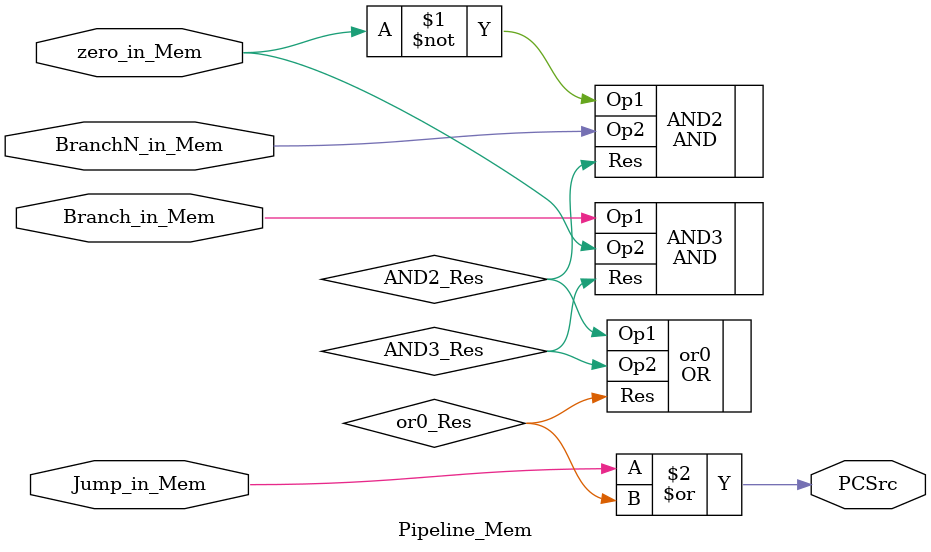
<source format=v>
`timescale 1ns / 1ps
module Pipeline_Mem(
    input zero_in_Mem,
    input Branch_in_Mem,
    input BranchN_in_Mem,
    input Jump_in_Mem,//[1:0] 
    output PCSrc
    );
    /*isbne = ~zero & BranchN*/
    wire       AND2_Res;
    AND AND2
           (.Op1(~zero_in_Mem),
            .Op2(BranchN_in_Mem),
            .Res(AND2_Res));
    /*isbeq = zero & Branch*/
    wire       AND3_Res;            
    AND AND3
           (.Op1(Branch_in_Mem),
            .Op2(zero_in_Mem),
            .Res(AND3_Res));
    /*beq | bne*/
    wire       or0_Res;
    OR or0
           (.Op1(AND2_Res),
            .Op2(AND3_Res),
            .Res(or0_Res));
	/*PCSrc = beq | bne | jal | jalr*/
	assign PCSrc = Jump_in_Mem | or0_Res;
//	assign PCSrc = Jump_in_Mem[0] | Jump_in_Mem[1] | or0_Res;
endmodule
</source>
